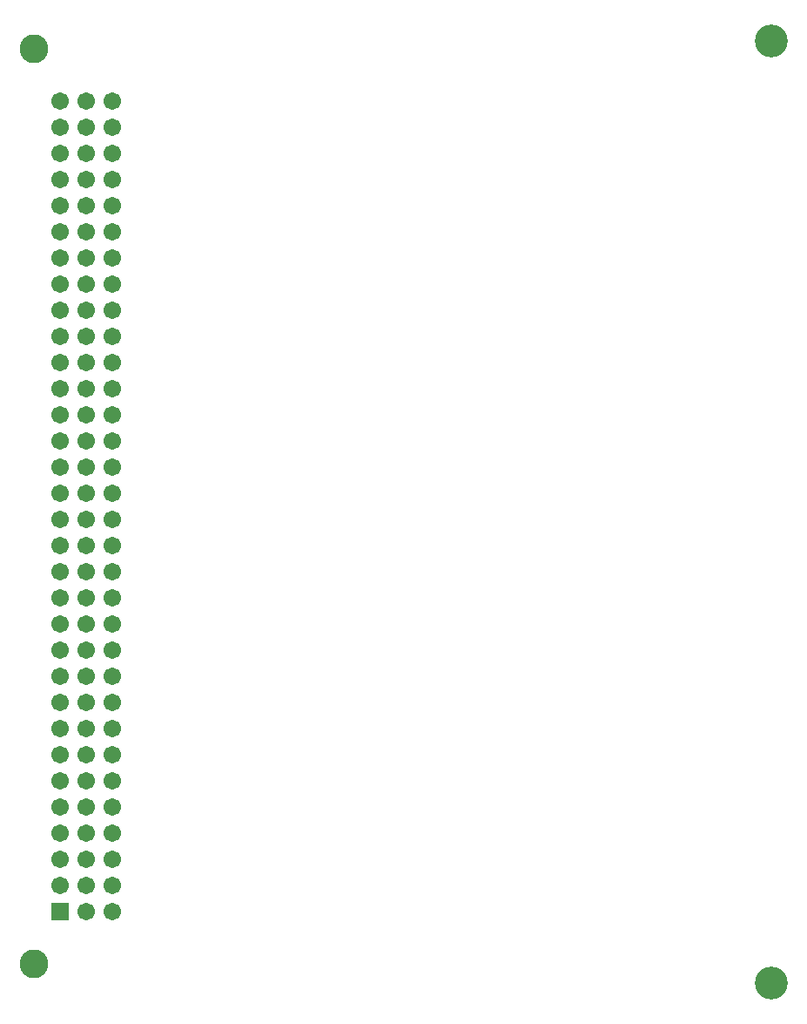
<source format=gbr>
%TF.GenerationSoftware,KiCad,Pcbnew,(7.0.0)*%
%TF.CreationDate,2023-12-30T21:58:10+02:00*%
%TF.ProjectId,alu,616c752e-6b69-4636-9164-5f7063625858,rev?*%
%TF.SameCoordinates,Original*%
%TF.FileFunction,Soldermask,Bot*%
%TF.FilePolarity,Negative*%
%FSLAX46Y46*%
G04 Gerber Fmt 4.6, Leading zero omitted, Abs format (unit mm)*
G04 Created by KiCad (PCBNEW (7.0.0)) date 2023-12-30 21:58:10*
%MOMM*%
%LPD*%
G01*
G04 APERTURE LIST*
G04 Aperture macros list*
%AMRoundRect*
0 Rectangle with rounded corners*
0 $1 Rounding radius*
0 $2 $3 $4 $5 $6 $7 $8 $9 X,Y pos of 4 corners*
0 Add a 4 corners polygon primitive as box body*
4,1,4,$2,$3,$4,$5,$6,$7,$8,$9,$2,$3,0*
0 Add four circle primitives for the rounded corners*
1,1,$1+$1,$2,$3*
1,1,$1+$1,$4,$5*
1,1,$1+$1,$6,$7*
1,1,$1+$1,$8,$9*
0 Add four rect primitives between the rounded corners*
20,1,$1+$1,$2,$3,$4,$5,0*
20,1,$1+$1,$4,$5,$6,$7,0*
20,1,$1+$1,$6,$7,$8,$9,0*
20,1,$1+$1,$8,$9,$2,$3,0*%
G04 Aperture macros list end*
%ADD10C,2.790000*%
%ADD11RoundRect,0.102000X-0.754000X0.754000X-0.754000X-0.754000X0.754000X-0.754000X0.754000X0.754000X0*%
%ADD12C,1.712000*%
%ADD13C,3.200000*%
G04 APERTURE END LIST*
D10*
%TO.C,J1*%
X41910000Y-31750000D03*
X41910000Y-120650000D03*
D11*
X44450000Y-115570000D03*
D12*
X44450000Y-113030000D03*
X44450000Y-110490000D03*
X44450000Y-107950000D03*
X44450000Y-105410000D03*
X44450000Y-102870000D03*
X44450000Y-100330000D03*
X44450000Y-97790000D03*
X44450000Y-95250000D03*
X44450000Y-92710000D03*
X44450000Y-90170000D03*
X44450000Y-87630000D03*
X44450000Y-85090000D03*
X44450000Y-82550000D03*
X44450000Y-80010000D03*
X44450000Y-77470000D03*
X44450000Y-74930000D03*
X44450000Y-72390000D03*
X44450000Y-69850000D03*
X44450000Y-67310000D03*
X44450000Y-64770000D03*
X44450000Y-62230000D03*
X44450000Y-59690000D03*
X44450000Y-57150000D03*
X44450000Y-54610000D03*
X44450000Y-52070000D03*
X44450000Y-49530000D03*
X44450000Y-46990000D03*
X44450000Y-44450000D03*
X44450000Y-41910000D03*
X44450000Y-39370000D03*
X44450000Y-36830000D03*
X46990000Y-115570000D03*
X46990000Y-113030000D03*
X46990000Y-110490000D03*
X46990000Y-107950000D03*
X46990000Y-105410000D03*
X46990000Y-102870000D03*
X46990000Y-100330000D03*
X46990000Y-97790000D03*
X46990000Y-95250000D03*
X46990000Y-92710000D03*
X46990000Y-90170000D03*
X46990000Y-87630000D03*
X46990000Y-85090000D03*
X46990000Y-82550000D03*
X46990000Y-80010000D03*
X46990000Y-77470000D03*
X46990000Y-74930000D03*
X46990000Y-72390000D03*
X46990000Y-69850000D03*
X46990000Y-67310000D03*
X46990000Y-64770000D03*
X46990000Y-62230000D03*
X46990000Y-59690000D03*
X46990000Y-57150000D03*
X46990000Y-54610000D03*
X46990000Y-52070000D03*
X46990000Y-49530000D03*
X46990000Y-46990000D03*
X46990000Y-44450000D03*
X46990000Y-41910000D03*
X46990000Y-39370000D03*
X46990000Y-36830000D03*
X49530000Y-115570000D03*
X49530000Y-113030000D03*
X49530000Y-110490000D03*
X49530000Y-107950000D03*
X49530000Y-105410000D03*
X49530000Y-102870000D03*
X49530000Y-100330000D03*
X49530000Y-97790000D03*
X49530000Y-95250000D03*
X49530000Y-92710000D03*
X49530000Y-90170000D03*
X49530000Y-87630000D03*
X49530000Y-85090000D03*
X49530000Y-82550000D03*
X49530000Y-80010000D03*
X49530000Y-77470000D03*
X49530000Y-74930000D03*
X49530000Y-72390000D03*
X49530000Y-69850000D03*
X49530000Y-67310000D03*
X49530000Y-64770000D03*
X49530000Y-62230000D03*
X49530000Y-59690000D03*
X49530000Y-57150000D03*
X49530000Y-54610000D03*
X49530000Y-52070000D03*
X49530000Y-49530000D03*
X49530000Y-46990000D03*
X49530000Y-44450000D03*
X49530000Y-41910000D03*
X49530000Y-39370000D03*
X49530000Y-36830000D03*
%TD*%
D13*
%TO.C,REF\u002A\u002A*%
X113665000Y-122555000D03*
%TD*%
%TO.C,REF\u002A\u002A*%
X113665000Y-30988000D03*
%TD*%
M02*

</source>
